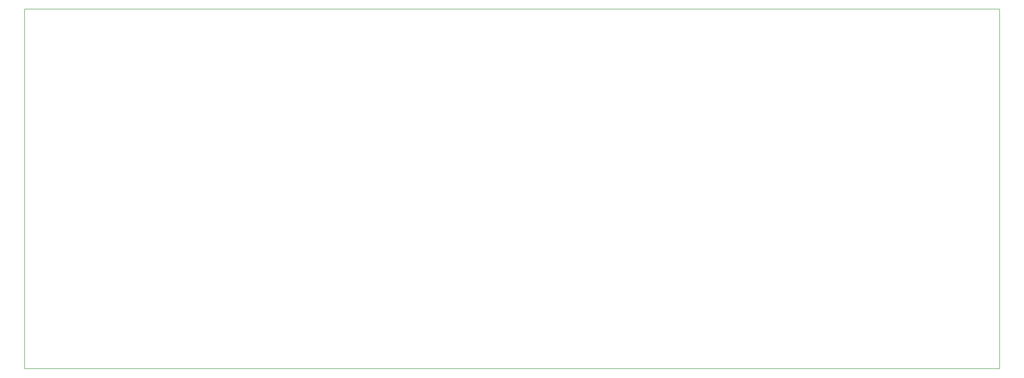
<source format=gbr>
G04 #@! TF.FileFunction,Profile,NP*
%FSLAX46Y46*%
G04 Gerber Fmt 4.6, Leading zero omitted, Abs format (unit mm)*
G04 Created by KiCad (PCBNEW 4.0.2-4+6225~38~ubuntu15.10.1-stable) date Thu 31 Mar 2016 04:29:23 PM CDT*
%MOMM*%
G01*
G04 APERTURE LIST*
%ADD10C,0.100000*%
%ADD11C,0.150000*%
G04 APERTURE END LIST*
D10*
D11*
X47625000Y-184785000D02*
X410210000Y-184785000D01*
X47625000Y-50800000D02*
X47625000Y-184785000D01*
X410210000Y-50800000D02*
X47625000Y-50800000D01*
X410210000Y-184785000D02*
X410210000Y-50800000D01*
M02*

</source>
